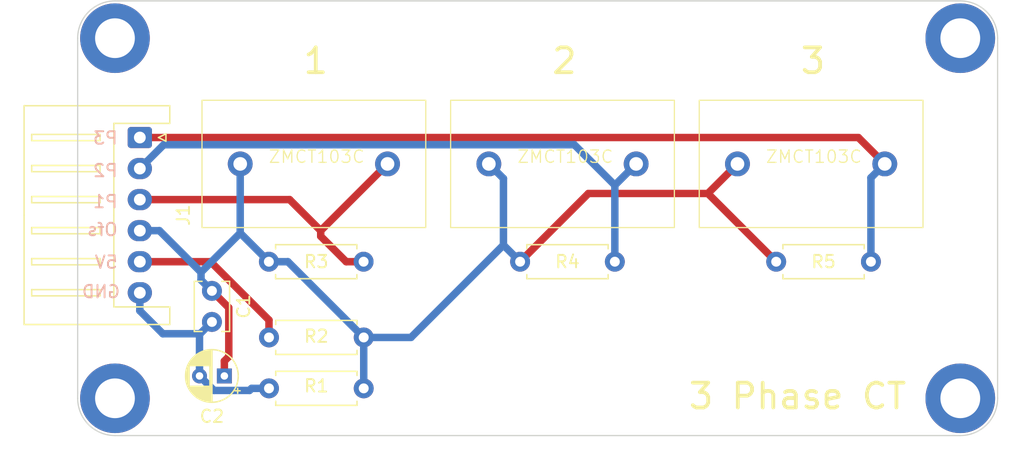
<source format=kicad_pcb>
(kicad_pcb (version 20221018) (generator pcbnew)
  (layers (0 "F.Cu" signal) (31 "B.Cu" signal) (34 "B.Paste" user) (35 "F.Paste" user) (36 "B.SilkS" user "B.Silkscreen") (37 "F.SilkS" user "F.Silkscreen") (38 "B.Mask" user) (39 "F.Mask" user) (44 "Edge.Cuts" user))
  (net 0 "")
  (net 1 "Net-(J1-Pin_5)")
  (net 2 "Net-(J1-Pin_6)")
  (net 3 "Net-(J1-Pin_4)")
  (net 4 "Net-(J1-Pin_3)")
  (net 5 "Net-(J1-Pin_2)")
  (net 6 "Net-(J1-Pin_1)")
  (footprint "Resistor_THT:R_Axial_DIN0207_L6.3mm_D2.5mm_P7.62mm_Horizontal" (layer "F.Cu") (at 152.59 106)
    (fp_text reference "R4" (at 3.81 0) (layer "F.SilkS"))
    (fp_text value "160")
    (fp_line (start 0.54 -1.37) (end 7.08 -1.37) (stroke (width 0.12)) (layer "F.SilkS"))
    (fp_line (start 0.54 -1.04) (end 0.54 -1.37) (stroke (width 0.12)) (layer "F.SilkS"))
    (fp_line (start 0.54 1.04) (end 0.54 1.37) (stroke (width 0.12)) (layer "F.SilkS"))
    (fp_line (start 0.54 1.37) (end 7.08 1.37) (stroke (width 0.12)) (layer "F.SilkS"))
    (fp_line (start 7.08 -1.37) (end 7.08 -1.04) (stroke (width 0.12)) (layer "F.SilkS"))
    (fp_line (start 7.08 1.37) (end 7.08 1.04) (stroke (width 0.12)) (layer "F.SilkS"))
    (pad "1" thru_hole circle (at 0 0) (size 1.6 1.6) (drill 0.8) (layers "*.Cu" "*.Mask") (net 3 "Net-(J1-Pin_4)"))
    (pad "2" thru_hole oval (at 7.62 0) (size 1.6 1.6) (drill 0.8) (layers "*.Cu" "*.Mask") (net 5 "Net-(J1-Pin_2)"))
  )
  (footprint "1_custom_library:ZMCT103C" (layer "F.Cu") (at 167 93)
    (fp_text reference "U3" hide)
    (fp_text value "~")
    (fp_text user "ZMCT103C" (at 5.3 5.125 unlocked) (layer "F.SilkS") (effects (font (thickness 0.1)) (justify left bottom)))
    (fp_rect (start 0 0) (end 18 10.25) (stroke (width 0.1)) (fill none) (layer "F.SilkS"))
    (pad "1" thru_hole circle (at 3.075 5.125) (size 2 2) (drill 1.1) (layers "*.Cu" "*.Mask") (net 3 "Net-(J1-Pin_4)"))
    (pad "2" thru_hole circle (at 14.925 5.125) (size 2 2) (drill 1.1) (layers "*.Cu" "*.Mask") (net 6 "Net-(J1-Pin_1)"))
  )
  (footprint "1_custom_library:ZMCT103C" (layer "F.Cu") (at 147 93)
    (fp_text reference "U2" hide)
    (fp_text value "~")
    (fp_text user "ZMCT103C" (at 5.3 5.125 unlocked) (layer "F.SilkS") (effects (font (thickness 0.1)) (justify left bottom)))
    (fp_rect (start 0 0) (end 18 10.25) (stroke (width 0.1)) (fill none) (layer "F.SilkS"))
    (pad "1" thru_hole circle (at 3.075 5.125) (size 2 2) (drill 1.1) (layers "*.Cu" "*.Mask") (net 3 "Net-(J1-Pin_4)"))
    (pad "2" thru_hole circle (at 14.925 5.125) (size 2 2) (drill 1.1) (layers "*.Cu" "*.Mask") (net 5 "Net-(J1-Pin_2)"))
  )
  (footprint "MountingHole:MountingHole_3.2mm_M3_DIN965_Pad" (layer "F.Cu") (at 120 88)
    (fp_text reference "H1" hide)
    (fp_text value "MountingHole")
    (pad "1" thru_hole circle (at 0 0) (size 5.6 5.6) (drill 3.2) (layers "*.Cu" "*.Mask"))
  )
  (footprint "Connector_JST:JST_XH_S6B-XH-A_1x06_P2.50mm_Horizontal" (layer "F.Cu") (at 122 96 -90)
    (fp_text reference "J1" (at 6.25 -3.5 90) (layer "F.SilkS"))
    (fp_text value "Conn_01x06")
    (fp_line (start -2.56 -2.41) (end -1.14 -2.41) (stroke (width 0.12)) (layer "F.SilkS"))
    (fp_line (start -2.56 9.31) (end -2.56 -2.41) (stroke (width 0.12)) (layer "F.SilkS"))
    (fp_line (start -1.14 -2.41) (end -1.14 2.09) (stroke (width 0.12)) (layer "F.SilkS"))
    (fp_line (start -1.14 2.09) (end 6.25 2.09) (stroke (width 0.12)) (layer "F.SilkS"))
    (fp_line (start -0.3 -2.1) (end 0.3 -2.1) (stroke (width 0.12)) (layer "F.SilkS"))
    (fp_line (start -0.25 3.2) (end -0.25 8.7) (stroke (width 0.12)) (layer "F.SilkS"))
    (fp_line (start -0.25 8.7) (end 0.25 8.7) (stroke (width 0.12)) (layer "F.SilkS"))
    (fp_line (start 0 -1.5) (end -0.3 -2.1) (stroke (width 0.12)) (layer "F.SilkS"))
    (fp_line (start 0.25 3.2) (end -0.25 3.2) (stroke (width 0.12)) (layer "F.SilkS"))
    (fp_line (start 0.25 8.7) (end 0.25 3.2) (stroke (width 0.12)) (layer "F.SilkS"))
    (fp_line (start 0.3 -2.1) (end 0 -1.5) (stroke (width 0.12)) (layer "F.SilkS"))
    (fp_line (start 2.25 3.2) (end 2.25 8.7) (stroke (width 0.12)) (layer "F.SilkS"))
    (fp_line (start 2.25 8.7) (end 2.75 8.7) (stroke (width 0.12)) (layer "F.SilkS"))
    (fp_line (start 2.75 3.2) (end 2.25 3.2) (stroke (width 0.12)) (layer "F.SilkS"))
    (fp_line (start 2.75 8.7) (end 2.75 3.2) (stroke (width 0.12)) (layer "F.SilkS"))
    (fp_line (start 4.75 3.2) (end 4.75 8.7) (stroke (width 0.12)) (layer "F.SilkS"))
    (fp_line (start 4.75 8.7) (end 5.25 8.7) (stroke (width 0.12)) (layer "F.SilkS"))
    (fp_line (start 5.25 3.2) (end 4.75 3.2) (stroke (width 0.12)) (layer "F.SilkS"))
    (fp_line (start 5.25 8.7) (end 5.25 3.2) (stroke (width 0.12)) (layer "F.SilkS"))
    (fp_line (start 6.25 9.31) (end -2.56 9.31) (stroke (width 0.12)) (layer "F.SilkS"))
    (fp_line (start 6.25 9.31) (end 15.06 9.31) (stroke (width 0.12)) (layer "F.SilkS"))
    (fp_line (start 7.25 3.2) (end 7.25 8.7) (stroke (width 0.12)) (layer "F.SilkS"))
    (fp_line (start 7.25 8.7) (end 7.75 8.7) (stroke (width 0.12)) (layer "F.SilkS"))
    (fp_line (start 7.75 3.2) (end 7.25 3.2) (stroke (width 0.12)) (layer "F.SilkS"))
    (fp_line (start 7.75 8.7) (end 7.75 3.2) (stroke (width 0.12)) (layer "F.SilkS"))
    (fp_line (start 9.75 3.2) (end 9.75 8.7) (stroke (width 0.12)) (layer "F.SilkS"))
    (fp_line (start 9.75 8.7) (end 10.25 8.7) (stroke (width 0.12)) (layer "F.SilkS"))
    (fp_line (start 10.25 3.2) (end 9.75 3.2) (stroke (width 0.12)) (layer "F.SilkS"))
    (fp_line (start 10.25 8.7) (end 10.25 3.2) (stroke (width 0.12)) (layer "F.SilkS"))
    (fp_line (start 12.25 3.2) (end 12.25 8.7) (stroke (width 0.12)) (layer "F.SilkS"))
    (fp_line (start 12.25 8.7) (end 12.75 8.7) (stroke (width 0.12)) (layer "F.SilkS"))
    (fp_line (start 12.75 3.2) (end 12.25 3.2) (stroke (width 0.12)) (layer "F.SilkS"))
    (fp_line (start 12.75 8.7) (end 12.75 3.2) (stroke (width 0.12)) (layer "F.SilkS"))
    (fp_line (start 13.64 -2.41) (end 13.64 2.09) (stroke (width 0.12)) (layer "F.SilkS"))
    (fp_line (start 13.64 2.09) (end 6.25 2.09) (stroke (width 0.12)) (layer "F.SilkS"))
    (fp_line (start 15.06 -2.41) (end 13.64 -2.41) (stroke (width 0.12)) (layer "F.SilkS"))
    (fp_line (start 15.06 9.31) (end 15.06 -2.41) (stroke (width 0.12)) (layer "F.SilkS"))
    (pad "1" thru_hole roundrect (at 0 0 270) (size 1.7 1.95) (drill 0.95) (layers "*.Cu" "*.Mask") (roundrect_rratio 0.1470588235) (net 6 "Net-(J1-Pin_1)"))
    (pad "2" thru_hole oval (at 2.5 0 270) (size 1.7 1.95) (drill 0.95) (layers "*.Cu" "*.Mask") (net 5 "Net-(J1-Pin_2)"))
    (pad "3" thru_hole oval (at 5 0 270) (size 1.7 1.95) (drill 0.95) (layers "*.Cu" "*.Mask") (net 4 "Net-(J1-Pin_3)"))
    (pad "4" thru_hole oval (at 7.5 0 270) (size 1.7 1.95) (drill 0.95) (layers "*.Cu" "*.Mask") (net 3 "Net-(J1-Pin_4)"))
    (pad "5" thru_hole oval (at 10 0 270) (size 1.7 1.95) (drill 0.95) (layers "*.Cu" "*.Mask") (net 1 "Net-(J1-Pin_5)"))
    (pad "6" thru_hole oval (at 12.5 0 270) (size 1.7 1.95) (drill 0.95) (layers "*.Cu" "*.Mask") (net 2 "Net-(J1-Pin_6)"))
  )
  (footprint "Resistor_THT:R_Axial_DIN0207_L6.3mm_D2.5mm_P7.62mm_Horizontal" (layer "F.Cu") (at 132.38 106)
    (fp_text reference "R3" (at 3.81 0) (layer "F.SilkS"))
    (fp_text value "160")
    (fp_line (start 0.54 -1.37) (end 7.08 -1.37) (stroke (width 0.12)) (layer "F.SilkS"))
    (fp_line (start 0.54 -1.04) (end 0.54 -1.37) (stroke (width 0.12)) (layer "F.SilkS"))
    (fp_line (start 0.54 1.04) (end 0.54 1.37) (stroke (width 0.12)) (layer "F.SilkS"))
    (fp_line (start 0.54 1.37) (end 7.08 1.37) (stroke (width 0.12)) (layer "F.SilkS"))
    (fp_line (start 7.08 -1.37) (end 7.08 -1.04) (stroke (width 0.12)) (layer "F.SilkS"))
    (fp_line (start 7.08 1.37) (end 7.08 1.04) (stroke (width 0.12)) (layer "F.SilkS"))
    (pad "1" thru_hole circle (at 0 0) (size 1.6 1.6) (drill 0.8) (layers "*.Cu" "*.Mask") (net 3 "Net-(J1-Pin_4)"))
    (pad "2" thru_hole oval (at 7.62 0) (size 1.6 1.6) (drill 0.8) (layers "*.Cu" "*.Mask") (net 4 "Net-(J1-Pin_3)"))
  )
  (footprint "Capacitor_THT:CP_Radial_D4.0mm_P2.00mm" (layer "F.Cu") (at 128.8 115.2 180)
    (fp_text reference "C2" (at 1 -3.25) (layer "F.SilkS"))
    (fp_text value "10uF")
    (fp_line (start -1.269801 -1.195) (end -0.869801 -1.195) (stroke (width 0.12)) (layer "F.SilkS"))
    (fp_line (start -1.069801 -1.395) (end -1.069801 -0.995) (stroke (width 0.12)) (layer "F.SilkS"))
    (fp_line (start 1 -2.08) (end 1 2.08) (stroke (width 0.12)) (layer "F.SilkS"))
    (fp_line (start 1.04 -2.08) (end 1.04 2.08) (stroke (width 0.12)) (layer "F.SilkS"))
    (fp_line (start 1.08 -2.079) (end 1.08 2.079) (stroke (width 0.12)) (layer "F.SilkS"))
    (fp_line (start 1.12 -2.077) (end 1.12 2.077) (stroke (width 0.12)) (layer "F.SilkS"))
    (fp_line (start 1.16 -2.074) (end 1.16 2.074) (stroke (width 0.12)) (layer "F.SilkS"))
    (fp_line (start 1.2 -2.071) (end 1.2 -0.84) (stroke (width 0.12)) (layer "F.SilkS"))
    (fp_line (start 1.2 0.84) (end 1.2 2.071) (stroke (width 0.12)) (layer "F.SilkS"))
    (fp_line (start 1.24 -2.067) (end 1.24 -0.84) (stroke (width 0.12)) (layer "F.SilkS"))
    (fp_line (start 1.24 0.84) (end 1.24 2.067) (stroke (width 0.12)) (layer "F.SilkS"))
    (fp_line (start 1.28 -2.062) (end 1.28 -0.84) (stroke (width 0.12)) (layer "F.SilkS"))
    (fp_line (start 1.28 0.84) (end 1.28 2.062) (stroke (width 0.12)) (layer "F.SilkS"))
    (fp_line (start 1.32 -2.056) (end 1.32 -0.84) (stroke (width 0.12)) (layer "F.SilkS"))
    (fp_line (start 1.32 0.84) (end 1.32 2.056) (stroke (width 0.12)) (layer "F.SilkS"))
    (fp_line (start 1.36 -2.05) (end 1.36 -0.84) (stroke (width 0.12)) (layer "F.SilkS"))
    (fp_line (start 1.36 0.84) (end 1.36 2.05) (stroke (width 0.12)) (layer "F.SilkS"))
    (fp_line (start 1.4 -2.042) (end 1.4 -0.84) (stroke (width 0.12)) (layer "F.SilkS"))
    (fp_line (start 1.4 0.84) (end 1.4 2.042) (stroke (width 0.12)) (layer "F.SilkS"))
    (fp_line (start 1.44 -2.034) (end 1.44 -0.84) (stroke (width 0.12)) (layer "F.SilkS"))
    (fp_line (start 1.44 0.84) (end 1.44 2.034) (stroke (width 0.12)) (layer "F.SilkS"))
    (fp_line (start 1.48 -2.025) (end 1.48 -0.84) (stroke (width 0.12)) (layer "F.SilkS"))
    (fp_line (start 1.48 0.84) (end 1.48 2.025) (stroke (width 0.12)) (layer "F.SilkS"))
    (fp_line (start 1.52 -2.016) (end 1.52 -0.84) (stroke (width 0.12)) (layer "F.SilkS"))
    (fp_line (start 1.52 0.84) (end 1.52 2.016) (stroke (width 0.12)) (layer "F.SilkS"))
    (fp_line (start 1.56 -2.005) (end 1.56 -0.84) (stroke (width 0.12)) (layer "F.SilkS"))
    (fp_line (start 1.56 0.84) (end 1.56 2.005) (stroke (width 0.12)) (layer "F.SilkS"))
    (fp_line (start 1.6 -1.994) (end 1.6 -0.84) (stroke (width 0.12)) (layer "F.SilkS"))
    (fp_line (start 1.6 0.84) (end 1.6 1.994) (stroke (width 0.12)) (layer "F.SilkS"))
    (fp_line (start 1.64 -1.982) (end 1.64 -0.84) (stroke (width 0.12)) (layer "F.SilkS"))
    (fp_line (start 1.64 0.84) (end 1.64 1.982) (stroke (width 0.12)) (layer "F.SilkS"))
    (fp_line (start 1.68 -1.968) (end 1.68 -0.84) (stroke (width 0.12)) (layer "F.SilkS"))
    (fp_line (start 1.68 0.84) (end 1.68 1.968) (stroke (width 0.12)) (layer "F.SilkS"))
    (fp_line (start 1.721 -1.954) (end 1.721 -0.84) (stroke (width 0.12)) (layer "F.SilkS"))
    (fp_line (start 1.721 0.84) (end 1.721 1.954) (stroke (width 0.12)) (layer "F.SilkS"))
    (fp_line (start 1.761 -1.94) (end 1.761 -0.84) (stroke (width 0.12)) (layer "F.SilkS"))
    (fp_line (start 1.761 0.84) (end 1.761 1.94) (stroke (width 0.12)) (layer "F.SilkS"))
    (fp_line (start 1.801 -1.924) (end 1.801 -0.84) (stroke (width 0.12)) (layer "F.SilkS"))
    (fp_line (start 1.801 0.84) (end 1.801 1.924) (stroke (width 0.12)) (layer "F.SilkS"))
    (fp_line (start 1.841 -1.907) (end 1.841 -0.84) (stroke (width 0.12)) (layer "F.SilkS"))
    (fp_line (start 1.841 0.84) (end 1.841 1.907) (stroke (width 0.12)) (layer "F.SilkS"))
    (fp_line (start 1.881 -1.889) (end 1.881 -0.84) (stroke (width 0.12)) (layer "F.SilkS"))
    (fp_line (start 1.881 0.84) (end 1.881 1.889) (stroke (width 0.12)) (layer "F.SilkS"))
    (fp_line (start 1.921 -1.87) (end 1.921 -0.84) (stroke (width 0.12)) (layer "F.SilkS"))
    (fp_line (start 1.921 0.84) (end 1.921 1.87) (stroke (width 0.12)) (layer "F.SilkS"))
    (fp_line (start 1.961 -1.851) (end 1.961 -0.84) (stroke (width 0.12)) (layer "F.SilkS"))
    (fp_line (start 1.961 0.84) (end 1.961 1.851) (stroke (width 0.12)) (layer "F.SilkS"))
    (fp_line (start 2.001 -1.83) (end 2.001 -0.84) (stroke (width 0.12)) (layer "F.SilkS"))
    (fp_line (start 2.001 0.84) (end 2.001 1.83) (stroke (width 0.12)) (layer "F.SilkS"))
    (fp_line (start 2.041 -1.808) (end 2.041 -0.84) (stroke (width 0.12)) (layer "F.SilkS"))
    (fp_line (start 2.041 0.84) (end 2.041 1.808) (stroke (width 0.12)) (layer "F.SilkS"))
    (fp_line (start 2.081 -1.785) (end 2.081 -0.84) (stroke (width 0.12)) (layer "F.SilkS"))
    (fp_line (start 2.081 0.84) (end 2.081 1.785) (stroke (width 0.12)) (layer "F.SilkS"))
    (fp_line (start 2.121 -1.76) (end 2.121 -0.84) (stroke (width 0.12)) (layer "F.SilkS"))
    (fp_line (start 2.121 0.84) (end 2.121 1.76) (stroke (width 0.12)) (layer "F.SilkS"))
    (fp_line (start 2.161 -1.735) (end 2.161 -0.84) (stroke (width 0.12)) (layer "F.SilkS"))
    (fp_line (start 2.161 0.84) (end 2.161 1.735) (stroke (width 0.12)) (layer "F.SilkS"))
    (fp_line (start 2.201 -1.708) (end 2.201 -0.84) (stroke (width 0.12)) (layer "F.SilkS"))
    (fp_line (start 2.201 0.84) (end 2.201 1.708) (stroke (width 0.12)) (layer "F.SilkS"))
    (fp_line (start 2.241 -1.68) (end 2.241 -0.84) (stroke (width 0.12)) (layer "F.SilkS"))
    (fp_line (start 2.241 0.84) (end 2.241 1.68) (stroke (width 0.12)) (layer "F.SilkS"))
    (fp_line (start 2.281 -1.65) (end 2.281 -0.84) (stroke (width 0.12)) (layer "F.SilkS"))
    (fp_line (start 2.281 0.84) (end 2.281 1.65) (stroke (width 0.12)) (layer "F.SilkS"))
    (fp_line (start 2.321 -1.619) (end 2.321 -0.84) (stroke (width 0.12)) (layer "F.SilkS"))
    (fp_line (start 2.321 0.84) (end 2.321 1.619) (stroke (width 0.12)) (layer "F.SilkS"))
    (fp_line (start 2.361 -1.587) (end 2.361 -0.84) (stroke (width 0.12)) (layer "F.SilkS"))
    (fp_line (start 2.361 0.84) (end 2.361 1.587) (stroke (width 0.12)) (layer "F.SilkS"))
    (fp_line (start 2.401 -1.552) (end 2.401 -0.84) (stroke (width 0.12)) (layer "F.SilkS"))
    (fp_line (start 2.401 0.84) (end 2.401 1.552) (stroke (width 0.12)) (layer "F.SilkS"))
    (fp_line (start 2.441 -1.516) (end 2.441 -0.84) (stroke (width 0.12)) (layer "F.SilkS"))
    (fp_line (start 2.441 0.84) (end 2.441 1.516) (stroke (width 0.12)) (layer "F.SilkS"))
    (fp_line (start 2.481 -1.478) (end 2.481 -0.84) (stroke (width 0.12)) (layer "F.SilkS"))
    (fp_line (start 2.481 0.84) (end 2.481 1.478) (stroke (width 0.12)) (layer "F.SilkS"))
    (fp_line (start 2.521 -1.438) (end 2.521 -0.84) (stroke (width 0.12)) (layer "F.SilkS"))
    (fp_line (start 2.521 0.84) (end 2.521 1.438) (stroke (width 0.12)) (layer "F.SilkS"))
    (fp_line (start 2.561 -1.396) (end 2.561 -0.84) (stroke (width 0.12)) (layer "F.SilkS"))
    (fp_line (start 2.561 0.84) (end 2.561 1.396) (stroke (width 0.12)) (layer "F.SilkS"))
    (fp_line (start 2.601 -1.351) (end 2.601 -0.84) (stroke (width 0.12)) (layer "F.SilkS"))
    (fp_line (start 2.601 0.84) (end 2.601 1.351) (stroke (width 0.12)) (layer "F.SilkS"))
    (fp_line (start 2.641 -1.304) (end 2.641 -0.84) (stroke (width 0.12)) (layer "F.SilkS"))
    (fp_line (start 2.641 0.84) (end 2.641 1.304) (stroke (width 0.12)) (layer "F.SilkS"))
    (fp_line (start 2.681 -1.254) (end 2.681 -0.84) (stroke (width 0.12)) (layer "F.SilkS"))
    (fp_line (start 2.681 0.84) (end 2.681 1.254) (stroke (width 0.12)) (layer "F.SilkS"))
    (fp_line (start 2.721 -1.2) (end 2.721 -0.84) (stroke (width 0.12)) (layer "F.SilkS"))
    (fp_line (start 2.721 0.84) (end 2.721 1.2) (stroke (width 0.12)) (layer "F.SilkS"))
    (fp_line (start 2.761 -1.142) (end 2.761 -0.84) (stroke (width 0.12)) (layer "F.SilkS"))
    (fp_line (start 2.761 0.84) (end 2.761 1.142) (stroke (width 0.12)) (layer "F.SilkS"))
    (fp_line (start 2.801 -1.08) (end 2.801 -0.84) (stroke (width 0.12)) (layer "F.SilkS"))
    (fp_line (start 2.801 0.84) (end 2.801 1.08) (stroke (width 0.12)) (layer "F.SilkS"))
    (fp_line (start 2.841 -1.013) (end 2.841 1.013) (stroke (width 0.12)) (layer "F.SilkS"))
    (fp_line (start 2.881 -0.94) (end 2.881 0.94) (stroke (width 0.12)) (layer "F.SilkS"))
    (fp_line (start 2.921 -0.859) (end 2.921 0.859) (stroke (width 0.12)) (layer "F.SilkS"))
    (fp_line (start 2.961 -0.768) (end 2.961 0.768) (stroke (width 0.12)) (layer "F.SilkS"))
    (fp_line (start 3.001 -0.664) (end 3.001 0.664) (stroke (width 0.12)) (layer "F.SilkS"))
    (fp_line (start 3.041 -0.537) (end 3.041 0.537) (stroke (width 0.12)) (layer "F.SilkS"))
    (fp_line (start 3.081 -0.37) (end 3.081 0.37) (stroke (width 0.12)) (layer "F.SilkS"))
    (fp_circle (center 1 0) (end 3.12 0) (stroke (width 0.12)) (fill none) (layer "F.SilkS"))
    (pad "1" thru_hole rect (at 0 0 180) (size 1.2 1.2) (drill 0.6) (layers "*.Cu" "*.Mask") (net 3 "Net-(J1-Pin_4)"))
    (pad "2" thru_hole circle (at 2 0 180) (size 1.2 1.2) (drill 0.6) (layers "*.Cu" "*.Mask") (net 2 "Net-(J1-Pin_6)"))
  )
  (footprint "Resistor_THT:R_Axial_DIN0207_L6.3mm_D2.5mm_P7.62mm_Horizontal" (layer "F.Cu") (at 140.01 116.2 180)
    (fp_text reference "R1" (at 3.81 0.2) (layer "F.SilkS"))
    (fp_text value "4k7")
    (fp_line (start 0.54 -1.37) (end 7.08 -1.37) (stroke (width 0.12)) (layer "F.SilkS"))
    (fp_line (start 0.54 -1.04) (end 0.54 -1.37) (stroke (width 0.12)) (layer "F.SilkS"))
    (fp_line (start 0.54 1.04) (end 0.54 1.37) (stroke (width 0.12)) (layer "F.SilkS"))
    (fp_line (start 0.54 1.37) (end 7.08 1.37) (stroke (width 0.12)) (layer "F.SilkS"))
    (fp_line (start 7.08 -1.37) (end 7.08 -1.04) (stroke (width 0.12)) (layer "F.SilkS"))
    (fp_line (start 7.08 1.37) (end 7.08 1.04) (stroke (width 0.12)) (layer "F.SilkS"))
    (pad "1" thru_hole circle (at 0 0 180) (size 1.6 1.6) (drill 0.8) (layers "*.Cu" "*.Mask") (net 3 "Net-(J1-Pin_4)"))
    (pad "2" thru_hole oval (at 7.62 0 180) (size 1.6 1.6) (drill 0.8) (layers "*.Cu" "*.Mask") (net 2 "Net-(J1-Pin_6)"))
  )
  (footprint "Resistor_THT:R_Axial_DIN0207_L6.3mm_D2.5mm_P7.62mm_Horizontal" (layer "F.Cu") (at 173.19 106)
    (fp_text reference "R5" (at 3.81 0) (layer "F.SilkS"))
    (fp_text value "160")
    (fp_line (start 0.54 -1.37) (end 7.08 -1.37) (stroke (width 0.12)) (layer "F.SilkS"))
    (fp_line (start 0.54 -1.04) (end 0.54 -1.37) (stroke (width 0.12)) (layer "F.SilkS"))
    (fp_line (start 0.54 1.04) (end 0.54 1.37) (stroke (width 0.12)) (layer "F.SilkS"))
    (fp_line (start 0.54 1.37) (end 7.08 1.37) (stroke (width 0.12)) (layer "F.SilkS"))
    (fp_line (start 7.08 -1.37) (end 7.08 -1.04) (stroke (width 0.12)) (layer "F.SilkS"))
    (fp_line (start 7.08 1.37) (end 7.08 1.04) (stroke (width 0.12)) (layer "F.SilkS"))
    (pad "1" thru_hole circle (at 0 0) (size 1.6 1.6) (drill 0.8) (layers "*.Cu" "*.Mask") (net 3 "Net-(J1-Pin_4)"))
    (pad "2" thru_hole oval (at 7.62 0) (size 1.6 1.6) (drill 0.8) (layers "*.Cu" "*.Mask") (net 6 "Net-(J1-Pin_1)"))
  )
  (footprint "MountingHole:MountingHole_3.2mm_M3_DIN965_Pad" (layer "F.Cu") (at 188 88)
    (fp_text reference "H3" hide)
    (fp_text value "MountingHole")
    (pad "1" thru_hole circle (at 0 0) (size 5.6 5.6) (drill 3.2) (layers "*.Cu" "*.Mask"))
  )
  (footprint "MountingHole:MountingHole_3.2mm_M3_DIN965_Pad" (layer "F.Cu") (at 188 117)
    (fp_text reference "H4" hide)
    (fp_text value "MountingHole")
    (pad "1" thru_hole circle (at 0 0) (size 5.6 5.6) (drill 3.2) (layers "*.Cu" "*.Mask"))
  )
  (footprint "MountingHole:MountingHole_3.2mm_M3_DIN965_Pad" (layer "F.Cu") (at 120 117)
    (fp_text reference "H2" hide)
    (fp_text value "MountingHole")
    (pad "1" thru_hole circle (at 0 0) (size 5.6 5.6) (drill 3.2) (layers "*.Cu" "*.Mask"))
  )
  (footprint "1_custom_library:ZMCT103C" (layer "F.Cu") (at 127 93)
    (fp_text reference "U1" hide)
    (fp_text value "~")
    (fp_text user "ZMCT103C" (at 5.3 5.125 unlocked) (layer "F.SilkS") (effects (font (thickness 0.1)) (justify left bottom)))
    (fp_rect (start 0 0) (end 18 10.25) (stroke (width 0.1)) (fill none) (layer "F.SilkS"))
    (pad "1" thru_hole circle (at 3.075 5.125) (size 2 2) (drill 1.1) (layers "*.Cu" "*.Mask") (net 3 "Net-(J1-Pin_4)"))
    (pad "2" thru_hole circle (at 14.925 5.125) (size 2 2) (drill 1.1) (layers "*.Cu" "*.Mask") (net 4 "Net-(J1-Pin_3)"))
  )
  (footprint "Resistor_THT:R_Axial_DIN0207_L6.3mm_D2.5mm_P7.62mm_Horizontal" (layer "F.Cu") (at 140.01 112.1 180)
    (fp_text reference "R2" (at 3.81 0.1) (layer "F.SilkS"))
    (fp_text value "10k")
    (fp_line (start 0.54 -1.37) (end 7.08 -1.37) (stroke (width 0.12)) (layer "F.SilkS"))
    (fp_line (start 0.54 -1.04) (end 0.54 -1.37) (stroke (width 0.12)) (layer "F.SilkS"))
    (fp_line (start 0.54 1.04) (end 0.54 1.37) (stroke (width 0.12)) (layer "F.SilkS"))
    (fp_line (start 0.54 1.37) (end 7.08 1.37) (stroke (width 0.12)) (layer "F.SilkS"))
    (fp_line (start 7.08 -1.37) (end 7.08 -1.04) (stroke (width 0.12)) (layer "F.SilkS"))
    (fp_line (start 7.08 1.37) (end 7.08 1.04) (stroke (width 0.12)) (layer "F.SilkS"))
    (pad "1" thru_hole circle (at 0 0 180) (size 1.6 1.6) (drill 0.8) (layers "*.Cu" "*.Mask") (net 3 "Net-(J1-Pin_4)"))
    (pad "2" thru_hole oval (at 7.62 0 180) (size 1.6 1.6) (drill 0.8) (layers "*.Cu" "*.Mask") (net 1 "Net-(J1-Pin_5)"))
  )
  (footprint "Capacitor_THT:C_Disc_D3.8mm_W2.6mm_P2.50mm" (layer "F.Cu") (at 127.8 108.35 -90)
    (fp_text reference "C1" (at 1.25 -2.55 90) (layer "F.SilkS"))
    (fp_text value "100nF")
    (fp_line (start -0.77 -1.42) (end -0.77 -0.795) (stroke (width 0.12)) (layer "F.SilkS"))
    (fp_line (start -0.77 -1.42) (end 3.27 -1.42) (stroke (width 0.12)) (layer "F.SilkS"))
    (fp_line (start -0.77 0.795) (end -0.77 1.42) (stroke (width 0.12)) (layer "F.SilkS"))
    (fp_line (start -0.77 1.42) (end 3.27 1.42) (stroke (width 0.12)) (layer "F.SilkS"))
    (fp_line (start 3.27 -1.42) (end 3.27 -0.795) (stroke (width 0.12)) (layer "F.SilkS"))
    (fp_line (start 3.27 0.795) (end 3.27 1.42) (stroke (width 0.12)) (layer "F.SilkS"))
    (pad "1" thru_hole circle (at 0 0 270) (size 1.6 1.6) (drill 0.8) (layers "*.Cu" "*.Mask") (net 3 "Net-(J1-Pin_4)"))
    (pad "2" thru_hole circle (at 2.5 0 270) (size 1.6 1.6) (drill 0.8) (layers "*.Cu" "*.Mask") (net 2 "Net-(J1-Pin_6)"))
  )
  (gr_line (start 117 88) (end 117 117) (stroke (width 0.1)) (layer "Edge.Cuts"))
  (gr_line (start 188 120) (end 120 120) (stroke (width 0.1)) (layer "Edge.Cuts"))
  (gr_arc (start 188 85) (mid 190.12132 85.87868) (end 191 88) (stroke (width 0.1)) (layer "Edge.Cuts"))
  (gr_arc (start 120 120) (mid 117.87868 119.12132) (end 117 117) (stroke (width 0.1)) (layer "Edge.Cuts"))
  (gr_arc (start 191 117) (mid 190.12132 119.12132) (end 188 120) (stroke (width 0.1)) (layer "Edge.Cuts"))
  (gr_arc (start 117 88) (mid 117.87868 85.87868) (end 120 85) (stroke (width 0.1)) (layer "Edge.Cuts"))
  (gr_line (start 191 88) (end 191 117) (stroke (width 0.1)) (layer "Edge.Cuts"))
  (gr_line (start 120 85) (end 188 85) (stroke (width 0.1)) (layer "Edge.Cuts"))
  (gr_text "P3" (at 120.3 96.625) (layer "B.SilkS") (effects (font (size 1 1)) (justify left bottom mirror)))
  (gr_text "P2" (at 120.3 99.25) (layer "B.SilkS") (effects (font (size 1 1)) (justify left bottom mirror)))
  (gr_text "5V" (at 120.3 106.625) (layer "B.SilkS") (effects (font (size 1 1)) (justify left bottom mirror)))
  (gr_text "Ofs" (at 120.3 104) (layer "B.SilkS") (effects (font (size 1 1)) (justify left bottom mirror)))
  (gr_text "GND" (at 120.5 109) (layer "B.SilkS") (effects (font (size 1 1)) (justify left bottom mirror)))
  (gr_text "P1" (at 120.3 101.75) (layer "B.SilkS") (effects (font (size 1 1)) (justify left bottom mirror)))
  (gr_text "1" (at 135 91) (layer "F.SilkS") (effects (font (size 2 2) (thickness 0.3)) (justify left bottom)))
  (gr_text "3 Phase CT" (at 166 118) (layer "F.SilkS") (effects (font (size 2 2) (thickness 0.3)) (justify left bottom)))
  (gr_text "2" (at 155 91) (layer "F.SilkS") (effects (font (size 2 2) (thickness 0.3)) (justify left bottom)))
  (gr_text "3" (at 175 91) (layer "F.SilkS") (effects (font (size 2 2) (thickness 0.3)) (justify left bottom)))
  (segment (start 127.69 106) (end 132.39 110.7) (width 0.6) (layer "F.Cu") (net 1))
  (segment (start 132.39 112.1) (end 132.39 110.7) (width 0.6) (layer "F.Cu") (net 1))
  (segment (start 122 106) (end 127.69 106) (width 0.6) (layer "F.Cu") (net 1))
  (segment (start 132.39 116.2) (end 130.99 116.2) (width 0.6) (layer "B.Cu") (net 2))
  (segment (start 127.9685 116.3685) (end 130.8215 116.3685) (width 0.6) (layer "B.Cu") (net 2))
  (segment (start 126.8 111.8) (end 123.85 111.8) (width 0.6) (layer "B.Cu") (net 2))
  (segment (start 127.8 110.85) (end 126.85 111.8) (width 0.6) (layer "B.Cu") (net 2))
  (segment (start 130.8215 116.3685) (end 130.99 116.2) (width 0.6) (layer "B.Cu") (net 2))
  (segment (start 126.85 111.8) (end 126.8 111.8) (width 0.6) (layer "B.Cu") (net 2))
  (segment (start 126.8 115.2) (end 127.9685 116.3685) (width 0.6) (layer "B.Cu") (net 2))
  (segment (start 126.8 111.8) (end 126.8 115.2) (width 0.6) (layer "B.Cu") (net 2))
  (segment (start 122 108.5) (end 122 109.95) (width 0.6) (layer "B.Cu") (net 2))
  (segment (start 123.85 111.8) (end 122 109.95) (width 0.6) (layer "B.Cu") (net 2))
  (segment (start 167.695 100.505) (end 170.075 98.125) (width 0.6) (layer "F.Cu") (net 3))
  (segment (start 152.59 106) (end 158.085 100.505) (width 0.6) (layer "F.Cu") (net 3))
  (segment (start 158.085 100.505) (end 167.695 100.505) (width 0.6) (layer "F.Cu") (net 3))
  (segment (start 128.8 115.2) (end 128.8 114) (width 0.6) (layer "F.Cu") (net 3))
  (segment (start 167.695 100.505) (end 173.19 106) (width 0.6) (layer "F.Cu") (net 3))
  (segment (start 129.1556 113.6444) (end 129.1556 109.7056) (width 0.6) (layer "F.Cu") (net 3))
  (segment (start 129.1556 109.7056) (end 127.8 108.35) (width 0.6) (layer "F.Cu") (net 3))
  (segment (start 128.8 114) (end 129.1556 113.6444) (width 0.6) (layer "F.Cu") (net 3))
  (segment (start 140.01 116.2) (end 140.01 112.1) (width 0.6) (layer "B.Cu") (net 3))
  (segment (start 122 103.5) (end 123.575 103.5) (width 0.6) (layer "B.Cu") (net 3))
  (segment (start 126.9225 107.4725) (end 126.9225 106.8475) (width 0.6) (layer "B.Cu") (net 3))
  (segment (start 130.075 98.125) (end 130.075 103.695) (width 0.6) (layer "B.Cu") (net 3))
  (segment (start 140.01 112.1) (end 133.91 106) (width 0.6) (layer "B.Cu") (net 3))
  (segment (start 150.075 98.125) (end 151.25 99.3) (width 0.6) (layer "B.Cu") (net 3))
  (segment (start 130.075 103.695) (end 132.38 106) (width 0.6) (layer "B.Cu") (net 3))
  (segment (start 126.9225 106.8475) (end 130.075 103.695) (width 0.6) (layer "B.Cu") (net 3))
  (segment (start 133.91 106) (end 132.38 106) (width 0.6) (layer "B.Cu") (net 3))
  (segment (start 152.59 106) (end 151.25 104.66) (width 0.6) (layer "B.Cu") (net 3))
  (segment (start 151.25 99.3) (end 151.25 104.66) (width 0.6) (layer "B.Cu") (net 3))
  (segment (start 127.8 108.35) (end 126.9225 107.4725) (width 0.6) (layer "B.Cu") (net 3))
  (segment (start 143.81 112.1) (end 140.01 112.1) (width 0.6) (layer "B.Cu") (net 3))
  (segment (start 123.575 103.5) (end 126.9225 106.8475) (width 0.6) (layer "B.Cu") (net 3))
  (segment (start 151.25 104.66) (end 143.81 112.1) (width 0.6) (layer "B.Cu") (net 3))
  (segment (start 136.55 103.5) (end 136.55 103.95) (width 0.6) (layer "F.Cu") (net 4))
  (segment (start 140 106) (end 138.6 106) (width 0.6) (layer "F.Cu") (net 4))
  (segment (start 122 101) (end 134.05 101) (width 0.6) (layer "F.Cu") (net 4))
  (segment (start 134.05 101) (end 136.55 103.5) (width 0.6) (layer "F.Cu") (net 4))
  (segment (start 136.55 103.5) (end 141.925 98.125) (width 0.6) (layer "F.Cu") (net 4))
  (segment (start 136.55 103.95) (end 138.6 106) (width 0.6) (layer "F.Cu") (net 4))
  (segment (start 161.925 98.125) (end 160.21 99.84) (width 0.6) (layer "B.Cu") (net 5))
  (segment (start 156.9501 96.5801) (end 160.21 99.84) (width 0.6) (layer "B.Cu") (net 5))
  (segment (start 122 98.5) (end 123.9199 96.5801) (width 0.6) (layer "B.Cu") (net 5))
  (segment (start 160.21 99.84) (end 160.21 106) (width 0.6) (layer "B.Cu") (net 5))
  (segment (start 123.9199 96.5801) (end 156.9501 96.5801) (width 0.6) (layer "B.Cu") (net 5))
  (segment (start 122 96) (end 179.8 96) (width 0.6) (layer "F.Cu") (net 6))
  (segment (start 179.8 96) (end 181.925 98.125) (width 0.6) (layer "F.Cu") (net 6))
  (segment (start 180.81 99.24) (end 180.81 106) (width 0.6) (layer "B.Cu") (net 6))
  (segment (start 181.925 98.125) (end 180.81 99.24) (width 0.6) (layer "B.Cu") (net 6))
)
</source>
